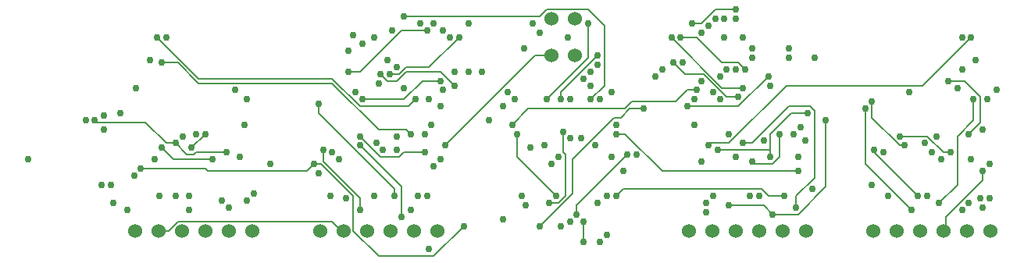
<source format=gbr>
G04 EAGLE Gerber RS-274X export*
G75*
%MOMM*%
%FSLAX34Y34*%
%LPD*%
%INCopper Layer 2*%
%IPPOS*%
%AMOC8*
5,1,8,0,0,1.08239X$1,22.5*%
G01*
%ADD10C,1.524000*%
%ADD11C,0.152400*%
%ADD12C,0.756400*%


D10*
X936500Y40000D03*
X961900Y40000D03*
X987300Y40000D03*
X1012700Y40000D03*
X1038100Y40000D03*
X1063500Y40000D03*
X587300Y230000D03*
X612700Y230000D03*
X587300Y270000D03*
X612700Y270000D03*
X336500Y40000D03*
X361900Y40000D03*
X387300Y40000D03*
X412700Y40000D03*
X438100Y40000D03*
X463500Y40000D03*
X136500Y40000D03*
X161900Y40000D03*
X187300Y40000D03*
X212700Y40000D03*
X238100Y40000D03*
X263500Y40000D03*
X736500Y40000D03*
X761900Y40000D03*
X787300Y40000D03*
X812700Y40000D03*
X838100Y40000D03*
X863500Y40000D03*
D11*
X840000Y77500D02*
X822500Y77500D01*
X815000Y85000D01*
X665000Y85000D01*
X657500Y77500D01*
D12*
X840000Y77500D03*
X1062500Y75000D03*
X265000Y80000D03*
X467500Y117500D03*
X657500Y77500D03*
X647500Y35000D03*
X870000Y85000D03*
X257500Y72500D03*
X202500Y145000D03*
X357500Y117500D03*
X157500Y117500D03*
X237500Y65000D03*
X20000Y117500D03*
X255000Y155000D03*
X457500Y155000D03*
X535000Y175000D03*
X657500Y155000D03*
X587500Y112500D03*
X620000Y140000D03*
X742500Y155000D03*
X555000Y77500D03*
X1055000Y150000D03*
X1060000Y182500D03*
X1042500Y117500D03*
X857500Y152500D03*
X812500Y77500D03*
X1010000Y117500D03*
X755000Y70000D03*
X442500Y77500D03*
X665000Y105000D03*
X680000Y122500D03*
X195000Y77500D03*
X110000Y90000D03*
X187500Y142500D03*
X102500Y165000D03*
X250000Y120000D03*
X120000Y167500D03*
X180000Y77500D03*
X112500Y70000D03*
X230000Y72500D03*
D11*
X180000Y135000D02*
X170000Y135000D01*
X147500Y157500D01*
X95000Y157500D01*
X92500Y160000D01*
X202500Y125000D02*
X235000Y125000D01*
X202500Y125000D02*
X200000Y122500D01*
X192500Y122500D01*
X180000Y135000D01*
D12*
X92500Y160000D03*
X180000Y135000D03*
X235000Y125000D03*
D11*
X220000Y117500D02*
X177500Y117500D01*
X165000Y130000D01*
D12*
X82500Y160000D03*
X165000Y130000D03*
X220000Y117500D03*
D11*
X197500Y130000D02*
X212500Y145000D01*
D12*
X212500Y145000D03*
X197500Y130000D03*
X102500Y150000D03*
X162500Y77500D03*
X100000Y90000D03*
X282500Y112500D03*
X137500Y195000D03*
X195000Y62500D03*
X127500Y62500D03*
X395000Y77500D03*
X452500Y77500D03*
D11*
X450000Y125000D02*
X427500Y125000D01*
X422500Y120000D01*
X402500Y120000D01*
X380000Y142500D01*
D12*
X380000Y142500D03*
X450000Y125000D03*
D11*
X340000Y127500D02*
X340000Y115000D01*
X380000Y75000D01*
X380000Y62500D01*
D12*
X340000Y127500D03*
X380000Y62500D03*
X435000Y62500D03*
D11*
X425000Y55000D02*
X425000Y87500D01*
X380000Y132500D01*
D12*
X380000Y132500D03*
X425000Y55000D03*
X420000Y127500D03*
X365000Y75000D03*
D11*
X417500Y77500D02*
X417500Y85000D01*
X335000Y167500D01*
X335000Y177500D01*
D12*
X335000Y177500D03*
X417500Y77500D03*
X420000Y142500D03*
X405000Y127500D03*
X350000Y125000D03*
X397500Y135000D03*
X347500Y77500D03*
X595000Y120000D03*
X652500Y120000D03*
D11*
X550000Y120000D02*
X550000Y145000D01*
X550000Y120000D02*
X592500Y77500D01*
D12*
X550000Y145000D03*
X592500Y77500D03*
X647500Y77500D03*
X547500Y182500D03*
X580000Y132500D03*
X635000Y132500D03*
D11*
X600000Y125000D02*
X600000Y147500D01*
X600000Y125000D02*
X602500Y122500D01*
X602500Y77500D01*
X595000Y70000D01*
X585000Y70000D01*
D12*
X600000Y147500D03*
X585000Y70000D03*
X637500Y70000D03*
D11*
X622500Y50000D02*
X622500Y27500D01*
D12*
X565000Y130000D03*
X622500Y50000D03*
X622500Y27500D03*
D11*
X615000Y67500D02*
X670000Y122500D01*
X615000Y67500D02*
X615000Y57500D01*
D12*
X670000Y122500D03*
X615000Y57500D03*
X560000Y67500D03*
X540000Y190000D03*
X607500Y50000D03*
X535000Y52500D03*
D11*
X672500Y172500D02*
X687500Y172500D01*
X672500Y172500D02*
X662500Y162500D01*
X655000Y162500D01*
X610000Y117500D01*
X610000Y80000D01*
X575000Y45000D01*
D12*
X687500Y172500D03*
X575000Y45000D03*
X597500Y45000D03*
D11*
X795000Y135000D02*
X805000Y135000D01*
X845000Y175000D01*
X867500Y175000D01*
X872500Y170000D01*
X872500Y97500D01*
X852500Y77500D01*
X852500Y65000D01*
D12*
X852500Y65000D03*
X795000Y135000D03*
X787500Y120000D03*
X855000Y120000D03*
X780000Y145000D03*
X850000Y145000D03*
D11*
X885000Y160000D02*
X885000Y87500D01*
X855000Y57500D01*
X827500Y57500D01*
X817500Y67500D02*
X780000Y67500D01*
X817500Y67500D02*
X827500Y57500D01*
D12*
X885000Y160000D03*
X827500Y57500D03*
X780000Y67500D03*
D11*
X847500Y167500D02*
X865000Y167500D01*
X847500Y167500D02*
X825000Y145000D01*
X825000Y127500D02*
X825000Y120000D01*
X825000Y127500D02*
X825000Y145000D01*
X825000Y127500D02*
X767500Y127500D01*
D12*
X865000Y167500D03*
X825000Y120000D03*
X767500Y127500D03*
X817500Y137500D03*
X762500Y77500D03*
D11*
X835000Y120000D02*
X835000Y145000D01*
X835000Y120000D02*
X827500Y112500D01*
X807500Y112500D01*
X805000Y115000D01*
D12*
X835000Y145000D03*
X805000Y115000D03*
X750000Y115000D03*
X862500Y137500D03*
X755000Y60000D03*
X802500Y77500D03*
D11*
X1055000Y95000D02*
X1055000Y105000D01*
X1055000Y95000D02*
X1015000Y55000D01*
X1015000Y40000D01*
X1012700Y40000D01*
D12*
X1055000Y105000D03*
X1005000Y142500D03*
X947500Y125000D03*
X1000000Y125000D03*
D11*
X1045000Y160000D02*
X1045000Y182500D01*
X1045000Y160000D02*
X1027500Y142500D01*
X1027500Y90000D01*
X1007500Y70000D01*
D12*
X1045000Y182500D03*
X1007500Y70000D03*
X952500Y77500D03*
D11*
X1012500Y125000D02*
X1020000Y125000D01*
X1012500Y125000D02*
X995000Y142500D01*
X965000Y142500D01*
D12*
X965000Y142500D03*
X1020000Y125000D03*
D11*
X935000Y162500D02*
X935000Y180000D01*
X935000Y162500D02*
X965000Y132500D01*
X970000Y132500D01*
D12*
X935000Y180000D03*
X970000Y132500D03*
D11*
X927500Y112500D02*
X927500Y172500D01*
X927500Y112500D02*
X977500Y62500D01*
D12*
X927500Y172500D03*
X977500Y62500D03*
X1032500Y62500D03*
D11*
X937500Y125000D02*
X937500Y127500D01*
X937500Y125000D02*
X985000Y77500D01*
D12*
X937500Y127500D03*
X985000Y77500D03*
X1040000Y70000D03*
X1070000Y192500D03*
X992500Y135000D03*
X995000Y77500D03*
X1052500Y75000D03*
D11*
X637500Y230000D02*
X597500Y190000D01*
X597500Y182500D01*
D12*
X805000Y237500D03*
X637500Y230000D03*
X597500Y182500D03*
X795000Y250000D03*
X630000Y212500D03*
D11*
X627500Y227500D02*
X627500Y265000D01*
X627500Y227500D02*
X582500Y182500D01*
D12*
X787500Y270000D03*
X627500Y265000D03*
X582500Y182500D03*
X775000Y270000D03*
X605000Y250000D03*
X805000Y227500D03*
X575000Y255000D03*
X775000Y250000D03*
X557500Y237500D03*
X765000Y270000D03*
X567500Y265000D03*
D11*
X735000Y192500D02*
X745000Y192500D01*
X735000Y192500D02*
X722500Y180000D01*
X675000Y180000D01*
X667500Y172500D01*
X562500Y172500D01*
X545000Y155000D01*
D12*
X745000Y192500D03*
X545000Y155000D03*
D11*
X212500Y107500D02*
X142500Y107500D01*
X212500Y107500D02*
X215000Y105000D01*
X322500Y105000D01*
X330000Y112500D01*
X337500Y112500D01*
X372500Y77500D01*
X372500Y40000D01*
X400000Y12500D01*
X460000Y12500D01*
X492500Y45000D01*
D12*
X872500Y227500D03*
X142500Y107500D03*
X330000Y112500D03*
X492500Y45000D03*
D11*
X472500Y132500D02*
X570000Y230000D01*
X587300Y230000D01*
X707500Y105000D02*
X855000Y105000D01*
X707500Y105000D02*
X667500Y145000D01*
X657500Y145000D01*
D12*
X472500Y132500D03*
X657500Y145000D03*
X855000Y105000D03*
X1062500Y112500D03*
D11*
X172500Y40000D02*
X161900Y40000D01*
X172500Y40000D02*
X182500Y50000D01*
X350000Y50000D01*
X360000Y40000D01*
X361900Y40000D01*
D12*
X1027500Y195000D03*
X975000Y190000D03*
X640000Y27500D03*
X455000Y20000D03*
X135000Y100000D03*
X335000Y102500D03*
X1055000Y65000D03*
X935000Y90000D03*
X460000Y110000D03*
X245000Y192500D03*
X257500Y182500D03*
X170000Y250000D03*
X450000Y145000D03*
D11*
X205000Y205000D02*
X160000Y250000D01*
X205000Y205000D02*
X350000Y205000D01*
X380000Y175000D01*
X432500Y175000D01*
X440000Y182500D01*
D12*
X160000Y250000D03*
X440000Y182500D03*
D11*
X182500Y222500D02*
X165000Y222500D01*
X182500Y222500D02*
X205000Y200000D01*
X350000Y200000D01*
X400000Y150000D01*
X430000Y150000D01*
X435000Y145000D01*
D12*
X165000Y222500D03*
X435000Y145000D03*
X152500Y225000D03*
X427500Y195000D03*
X497500Y212500D03*
X455000Y182500D03*
D11*
X455000Y217500D02*
X487500Y250000D01*
X455000Y217500D02*
X430000Y217500D01*
X422500Y210000D01*
X412500Y210000D01*
D12*
X487500Y250000D03*
X412500Y210000D03*
D11*
X467500Y212500D02*
X482500Y197500D01*
X467500Y212500D02*
X430000Y212500D01*
X420000Y202500D01*
X410000Y202500D01*
X402500Y210000D01*
D12*
X482500Y197500D03*
X402500Y210000D03*
X482500Y212500D03*
X400000Y200000D03*
X477500Y250000D03*
X395000Y250000D03*
X470000Y257500D03*
X382500Y242500D03*
D11*
X447500Y202500D02*
X467500Y202500D01*
X447500Y202500D02*
X427500Y182500D01*
X382500Y182500D01*
D12*
X467500Y202500D03*
X382500Y182500D03*
X470000Y192500D03*
X375000Y190000D03*
X460000Y265000D03*
X372500Y252500D03*
D11*
X425000Y257500D02*
X452500Y257500D01*
X425000Y257500D02*
X380000Y212500D01*
X367500Y212500D01*
D12*
X452500Y257500D03*
X367500Y212500D03*
X445000Y265000D03*
X367500Y235000D03*
X512500Y212500D03*
X652500Y190000D03*
X497500Y265000D03*
X637500Y220000D03*
X467500Y175000D03*
X640000Y182500D03*
D11*
X575000Y272500D02*
X427500Y272500D01*
X575000Y272500D02*
X582500Y280000D01*
X627500Y280000D01*
X645000Y262500D01*
X645000Y197500D01*
X630000Y182500D01*
D12*
X427500Y272500D03*
X630000Y182500D03*
X420000Y217500D03*
X630000Y197500D03*
X410000Y225000D03*
X622500Y205000D03*
X415000Y257500D03*
X607500Y182500D03*
X520000Y160000D03*
X607500Y140000D03*
X757500Y262500D03*
X845000Y237500D03*
X750000Y255000D03*
X845000Y227500D03*
X750000Y202500D03*
X825000Y197500D03*
D11*
X790000Y175000D02*
X735000Y175000D01*
X790000Y175000D02*
X822500Y207500D01*
D12*
X735000Y175000D03*
X822500Y207500D03*
D11*
X750000Y265000D02*
X740000Y265000D01*
X750000Y265000D02*
X765000Y280000D01*
X787500Y280000D01*
D12*
X740000Y265000D03*
X787500Y280000D03*
D11*
X745000Y250000D02*
X727500Y250000D01*
X745000Y250000D02*
X772500Y222500D01*
X790000Y222500D01*
X797500Y215000D01*
D12*
X727500Y250000D03*
X797500Y215000D03*
X730000Y222500D03*
X787500Y215000D03*
D11*
X772500Y195000D02*
X717500Y250000D01*
X772500Y195000D02*
X795000Y195000D01*
D12*
X717500Y250000D03*
X795000Y195000D03*
D11*
X732500Y210000D02*
X720000Y222500D01*
X732500Y210000D02*
X752500Y210000D01*
X777500Y185000D01*
X790000Y185000D01*
D12*
X720000Y222500D03*
X790000Y185000D03*
X707500Y215000D03*
X777500Y215000D03*
X700000Y207500D03*
X770000Y207500D03*
X1047500Y225000D03*
X770000Y182500D03*
D11*
X990000Y197500D02*
X1042500Y250000D01*
X990000Y197500D02*
X842500Y197500D01*
X780000Y135000D01*
X760000Y135000D01*
X757500Y132500D01*
D12*
X1042500Y250000D03*
X757500Y132500D03*
X1032500Y250000D03*
X762500Y190000D03*
X1032500Y215000D03*
X742500Y182500D03*
D11*
X1017500Y202500D02*
X1035000Y202500D01*
X1052500Y185000D01*
X1052500Y157500D01*
X1040000Y145000D01*
D12*
X1017500Y202500D03*
X1040000Y145000D03*
M02*

</source>
